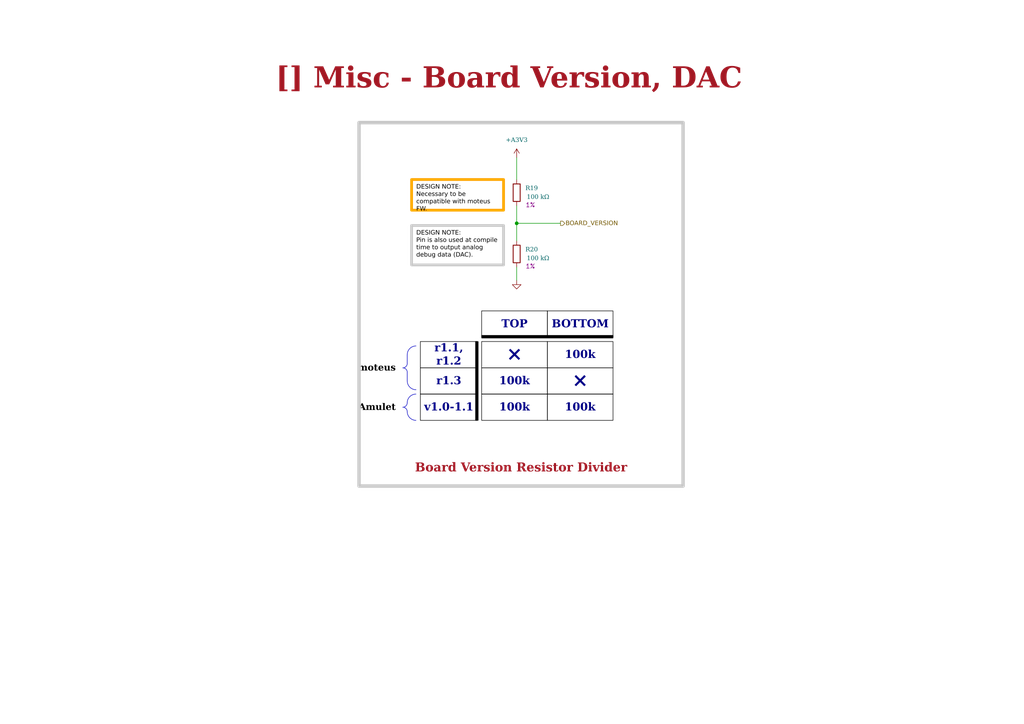
<source format=kicad_sch>
(kicad_sch (version 20231120) (generator "eeschema") (generator_version "8.0")
  (paper "A4")
  (title_block (title "Misc - Board Version, DAC") (date "2024-04-13") (rev "${REVISION}") (company "${COMPANY}"))
  (lib_symbols
    (symbol "0_power_symbols:+A3V3" (power) (pin_names (offset 0))
      (property "Value" "+A3V3" (at 0 3.556 0))
      (symbol "+A3V3_0_1"
        (polyline (pts (xy -0.762 1.27) (xy 0 2.54)))
        (polyline (pts (xy 0 0) (xy 0 2.54)))
        (polyline (pts (xy 0 2.54) (xy 0.762 1.27)))
      )
      (symbol "+A3V3_1_1"
        (pin power_in line (at 0 0 90) (length 0) hide (name "+A3V3") (number "1"))
      )
    )
    (symbol "Device:R" (pin_numbers hide) (pin_names (offset 0))
      (property "Reference" "R" (at 2.032 0 90))
      (property "Value" "R" (at 0 0 90))
      (symbol "R_0_1"
        (rectangle (start -1.016 -2.54) (end 1.016 2.54) (stroke (width 0.254)))
      )
      (symbol "R_1_1"
        (pin passive line (at 0 3.81 270) (length 1.27) (name "~") (number "1"))
        (pin passive line (at 0 -3.81 90) (length 1.27) (name "~") (number "2"))
      )
    )
    (symbol "power:GND" (power) (pin_names (offset 0))
      (property "Value" "GND" (at 0 -3.81 0))
      (symbol "GND_0_1"
        (polyline (pts (xy 0 0) (xy 0 -1.27) (xy 1.27 -1.27) (xy 0 -2.54) (xy -1.27 -1.27) (xy 0 -1.27)))
      )
      (symbol "GND_1_1"
        (pin power_in line (at 0 0 270) (length 0) hide (name "GND") (number "1"))
      )
    )
  )
  (junction (at 149.86 64.77))
  (wire (pts (xy 149.86 64.77) (xy 149.86 59.69)))
  (wire (pts (xy 149.86 64.77) (xy 149.86 69.85)))
  (wire (pts (xy 162.56 64.77) (xy 149.86 64.77)))
  (wire (pts (xy 149.86 45.72) (xy 149.86 52.07)))
  (polyline (pts (xy 118.11 107.95) (xy 118.11 110.49)))
  (wire (pts (xy 149.86 81.28) (xy 149.86 77.47)))
  (polyline (pts (xy 118.11 102.87) (xy 118.11 105.41)))
  (arc (start 118.11 116.84) (mid 117.7351 117.7351) (end 116.84 118.11))
  (arc (start 120.66 113.04) (mid 118.8698 112.2902) (end 118.12 110.5))
  (arc (start 118.12 105.42) (mid 117.7451 106.3151) (end 116.85 106.69))
  (arc (start 120.65 121.92) (mid 118.8598 121.1702) (end 118.11 119.38))
  (arc (start 116.85 106.69) (mid 117.7451 107.0649) (end 118.12 107.96))
  (arc (start 118.11 116.84) (mid 118.8539 115.0439) (end 120.65 114.3))
  (arc (start 116.84 118.11) (mid 117.7351 118.4849) (end 118.11 119.38))
  (arc (start 118.12 102.88) (mid 118.8639 101.0839) (end 120.66 100.34))
  (rectangle (start 139.7 97.282) (end 177.8 98.044) (stroke (width 0) (color 0 0 0 1)) (fill (type color) (color 0 0 0 1)))
  (rectangle (start 104.14 35.56) (end 198.12 140.97) (stroke (width 1) (color 200 200 200 1)))
  (rectangle (start 137.922 99.06) (end 138.684 121.92) (stroke (width 0) (color 0 0 0 1)) (fill (type color) (color 0 0 0 1)))
  (text_box "×" (at 158.75 106.68 0) (size 19.05 7.62) (stroke (width 0) (color 0 0 0 1)) (effects (font (size 4 4) (bold yes))))
  (text_box "100k" (at 139.7 114.3 0) (size 19.05 7.62) (stroke (width 0) (color 0 0 0 1)) (effects (font (size 2.286 2.286) (bold yes))))
  (text_box "moteus" (at 102.87 104.14 0) (size 13.335 5.08) (stroke (width -0.0001)) (effects (font (size 1.905 1.905) (thickness 0.381) (bold yes)) (justify right top)))
  (text_box "r1.3" (at 121.92 106.68 0) (size 16.51 7.62) (stroke (width 0) (color 0 0 0 1)) (effects (font (size 2.286 2.286) (bold yes))))
  (text_box "r1.1, r1.2" (at 121.92 99.06 0) (size 16.51 7.62) (stroke (width 0) (color 0 0 0 1)) (effects (font (size 2.286 2.286) (bold yes))))
  (text_box "DESIGN NOTE:\nNecessary to be compatible with moteus FW." (at 119.38 52.07 0) (size 26.67 8.89) (stroke (width 0.8) (color 255 165 0 1)) (effects (font (size 1.27 1.27)) (justify left top)))
  (text_box "100k" (at 139.7 106.68 0) (size 19.05 7.62) (stroke (width 0) (color 0 0 0 1)) (effects (font (size 2.286 2.286) (bold yes))))
  (text_box "Amulet" (at 102.87 115.57 0) (size 13.335 5.08) (stroke (width -0.0001)) (effects (font (size 1.905 1.905) (thickness 0.381) (bold yes)) (justify right top)))
  (text_box "[${#}] ${TITLE}" (at 69.215 16.51 0) (size 156.845 12.7) (stroke (width -0.0001)) (effects (font (size 6 6) (thickness 1.2) (bold yes))))
  (text_box "DESIGN NOTE:\nPin is also used at compile time to output analog debug data (DAC)." (at 119.38 65.405 0) (size 26.67 11.43) (stroke (width 0.8) (color 200 200 200 1)) (effects (font (size 1.27 1.27)) (justify left top)))
  (text_box "100k" (at 158.75 99.06 0) (size 19.05 7.62) (stroke (width 0) (color 0 0 0 1)) (effects (font (size 2.286 2.286) (bold yes))))
  (text_box "Board Version Resistor Divider" (at 105.41 129.54 0) (size 91.44 9.525) (stroke (width -0.0001)) (effects (font (size 2.54 2.54) (thickness 0.508) (bold yes)) (justify bottom)))
  (text_box "BOTTOM" (at 158.75 90.17 0) (size 19.05 7.62) (stroke (width 0) (color 0 0 0 1)) (effects (font (size 2.286 2.286) (bold yes))))
  (text_box "×" (at 139.7 99.06 0) (size 19.05 7.62) (stroke (width 0) (color 0 0 0 1)) (effects (font (size 4 4) (bold yes))))
  (text_box "v1.0-1.1" (at 121.92 114.3 0) (size 16.51 7.62) (stroke (width 0) (color 0 0 0 1)) (effects (font (size 2.286 2.286) (bold yes))))
  (text_box "TOP" (at 139.7 90.17 0) (size 19.05 7.62) (stroke (width 0) (color 0 0 0 1)) (effects (font (size 2.286 2.286) (bold yes))))
  (text_box "100k" (at 158.75 114.3 0) (size 19.05 7.62) (stroke (width 0) (color 0 0 0 1)) (effects (font (size 2.286 2.286) (bold yes))))
  (hierarchical_label "BOARD_VERSION" (shape output) (at 162.56 64.77 0))
  (symbol (lib_id "0_power_symbols:+A3V3") (at 149.86 45.72 0) (unit 1)
    (property "Reference" "#PWR037" (effects (hide yes)))
    (property "Value" "+A3V3" (at 149.86 40.64 0))
    (instances (project "pcb2blender_tmp" (path "" (reference "#PWR06") (unit 1)) (path "" (reference "#PWR06") (unit 1)) (path "" (reference "#PWR037") (unit 1))))
  )
  (symbol (lib_id "Device:R") (at 149.86 73.66 0) (unit 1)
    (property "Reference" "R20" (at 152.4 72.39 0) (effects (justify left)))
    (property "Value" "100 kΩ" (at 152.4 74.93 0) (effects (justify left)))
    (property "Footprint" "0_resistor_smd:R_0402_1005_DensityHigh" (effects (hide yes)))
    (property "Datasheet" "https://www.yageo.com/upload/media/product/app/datasheet/rchip/pyu-rt_1-to-0.01_rohs_l.pdf" (effects (hide yes)))
    (property "Description" "100 kOhms ±1% 0.063W, 1/16W Chip Resistor 0402 (1005 Metric) Thin Film" (effects (hide yes)))
    (property "Supplier 1" "Digikey" (effects (hide yes)))
    (property "Supplier Part Number 1" "YAG2307CT-ND" (effects (hide yes)))
    (property "manf" "YAGEO" (effects (hide yes)))
    (property "manf#" "RT0402FRE07100KL" (effects (hide yes)))
    (property "Manufacturer" "YAGEO" (effects (hide yes)))
    (property "Manufacturer Part Number" "RT0402FRE07100KL" (effects (hide yes)))
    (property "tolerance" "1%" (at 152.4 77.21600000000001 0) (effects (justify left)))
  )
  (symbol (lib_id "Device:R") (at 149.86 55.88 0) (unit 1)
    (property "Reference" "R19" (at 152.4 54.61 0) (effects (justify left)))
    (property "Value" "100 kΩ" (at 152.4 57.15 0) (effects (justify left)))
    (property "Footprint" "0_resistor_smd:R_0402_1005_DensityHigh" (effects (hide yes)))
    (property "Datasheet" "https://www.yageo.com/upload/media/product/app/datasheet/rchip/pyu-rt_1-to-0.01_rohs_l.pdf" (effects (hide yes)))
    (property "Description" "100 kOhms ±1% 0.063W, 1/16W Chip Resistor 0402 (1005 Metric) Thin Film" (effects (hide yes)))
    (property "Supplier 1" "Digikey" (effects (hide yes)))
    (property "Supplier Part Number 1" "YAG2307CT-ND" (effects (hide yes)))
    (property "manf" "YAGEO" (effects (hide yes)))
    (property "manf#" "RT0402FRE07100KL" (effects (hide yes)))
    (property "Manufacturer" "YAGEO" (effects (hide yes)))
    (property "Manufacturer Part Number" "RT0402FRE07100KL" (effects (hide yes)))
    (property "tolerance" "1%" (at 152.4 59.436 0) (effects (justify left)))
  )
  (symbol (lib_id "power:GND") (at 149.86 81.28 0) (unit 1)
    (property "Reference" "#PWR038" (effects (hide yes)))
    (property "Value" "GND" (effects (hide yes)))
  )
)
</source>
